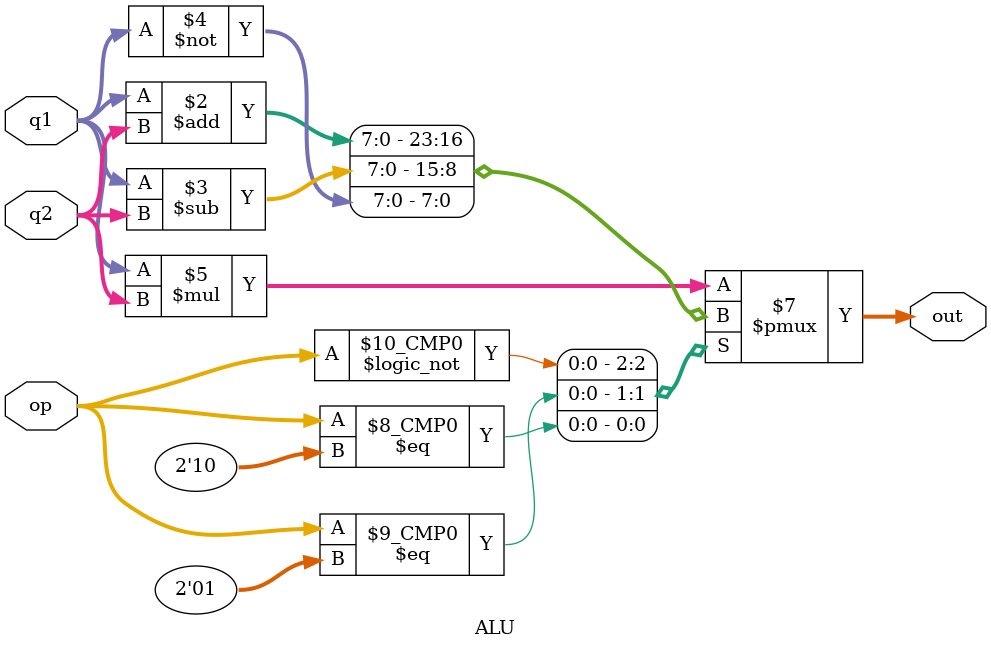
<source format=v>
`timescale 1ns / 1ps

module ALU(
    input [1:0]op,
    input [7:0]q1, q2,
    output  reg [7:0]out
    );

    always @(*) begin
        case(op)
            2'b0: out = q1 + q2;
            2'b01: out = q1 - q2;
            2'b10: out = ~q1;
            default: out = q1 * q2;
        endcase
    end
 
endmodule

</source>
